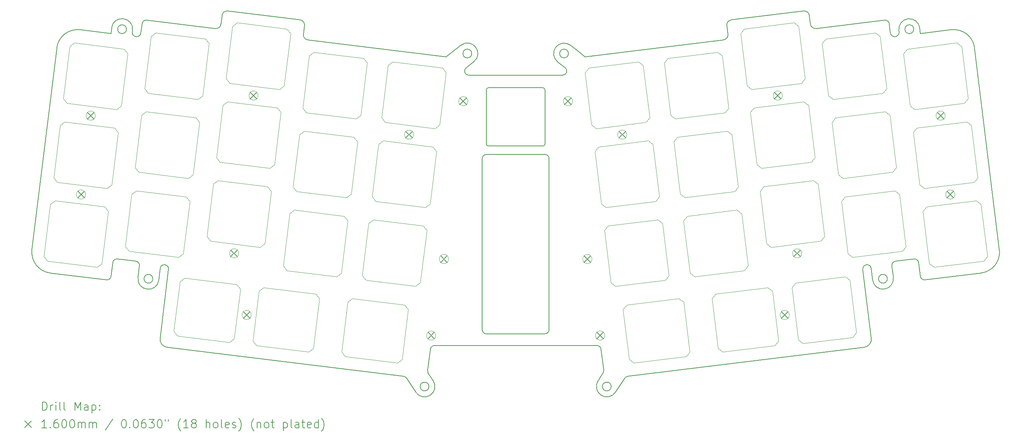
<source format=gbr>
%TF.GenerationSoftware,KiCad,Pcbnew,7.0.10-7.0.10~ubuntu23.04.1*%
%TF.CreationDate,Date%
%TF.ProjectId,plate_36keys,706c6174-655f-4333-966b-6579732e6b69,v0.1*%
%TF.SameCoordinates,Original*%
%TF.FileFunction,Drillmap*%
%TF.FilePolarity,Positive*%
%FSLAX45Y45*%
G04 Gerber Fmt 4.5, Leading zero omitted, Abs format (unit mm)*
G04 Created by KiCad*
%MOMM*%
%LPD*%
G01*
G04 APERTURE LIST*
%ADD10C,0.200000*%
%ADD11C,0.050000*%
%ADD12C,0.160000*%
G04 APERTURE END LIST*
D10*
X7768292Y-5899563D02*
X9505248Y-6112834D01*
X13000263Y-6996607D02*
X13352501Y-6720889D01*
X24349350Y-12254164D02*
G75*
G03*
X24460788Y-12341232I99260J12194D01*
G01*
X17344395Y-14654494D02*
X23002554Y-13959760D01*
X15313947Y-9135806D02*
X14013947Y-9135806D01*
X5019723Y-11927357D02*
X4979547Y-12254570D01*
X3086355Y-11619111D02*
G75*
G03*
X3521694Y-12176319I496255J-60949D01*
G01*
X13660987Y-7114385D02*
G75*
G03*
X13352501Y-6720889I-154247J196745D01*
G01*
X16636342Y-14759971D02*
G75*
G03*
X17055221Y-15032984I209438J-136509D01*
G01*
X13611743Y-6917636D02*
G75*
G03*
X13401743Y-6917636I-105000J0D01*
G01*
X13401743Y-6917636D02*
G75*
G03*
X13611743Y-6917636I105000J0D01*
G01*
X5131165Y-11840286D02*
G75*
G03*
X5019723Y-11927357I-12195J-99244D01*
G01*
X6155813Y-12066852D02*
X6121562Y-12345799D01*
X12273674Y-15033392D02*
X12056088Y-14699552D01*
X5574672Y-6512416D02*
X5582675Y-6513399D01*
X25807199Y-12175911D02*
G75*
G03*
X26242538Y-11618705I-60919J496261D01*
G01*
X9609729Y-6246564D02*
X9583984Y-6456240D01*
X23002554Y-13959759D02*
G75*
G03*
X23176689Y-13736877I-24374J198509D01*
G01*
X12720579Y-13914990D02*
X16608264Y-13914636D01*
X24349347Y-12254164D02*
X24309170Y-11926951D01*
X5487603Y-6400975D02*
G75*
G03*
X5574672Y-6512416I99257J-12185D01*
G01*
X6152205Y-13737283D02*
X6354315Y-12091221D01*
X5659546Y-12005918D02*
G75*
G03*
X5572472Y-11894475I-99266J12178D01*
G01*
X5625289Y-12284864D02*
X5659540Y-12005917D01*
X21720071Y-6213315D02*
G75*
G03*
X21853807Y-6317795I119129J14655D01*
G01*
X6326340Y-13960166D02*
X11984498Y-14654900D01*
X24335684Y-6303549D02*
G75*
G03*
X23836896Y-6364792I-249394J-30621D01*
G01*
X23207331Y-12345393D02*
X23173081Y-12066446D01*
X7475087Y-6318200D02*
G75*
G03*
X7608817Y-6213720I14613J119120D01*
G01*
X19640428Y-6589563D02*
G75*
G03*
X19744910Y-6455834I-14608J119093D01*
G01*
X23207335Y-12345393D02*
G75*
G03*
X23703604Y-12284458I248135J30463D01*
G01*
X14013947Y-7735806D02*
X15313947Y-7735806D01*
X9583985Y-6456240D02*
G75*
G03*
X9688465Y-6589969I119085J-14640D01*
G01*
X13477932Y-7257363D02*
G75*
G03*
X13539500Y-7436170I61558J-78807D01*
G01*
X9609728Y-6246564D02*
G75*
G03*
X9505248Y-6112834I-119118J14614D01*
G01*
X25648849Y-6783501D02*
X26242538Y-11618705D01*
X15927151Y-6917230D02*
G75*
G03*
X15717151Y-6917230I-105000J0D01*
G01*
X15717151Y-6917230D02*
G75*
G03*
X15927151Y-6917230I105000J0D01*
G01*
X15464069Y-9434813D02*
X15464069Y-13534813D01*
X13539500Y-7436170D02*
X15789529Y-7435847D01*
X24352305Y-6438942D02*
X25091641Y-6348163D01*
X15364069Y-13634813D02*
X13964069Y-13634813D01*
X13660985Y-7114383D02*
X13477930Y-7257360D01*
X5491997Y-6365198D02*
G75*
G03*
X4993213Y-6303955I-249392J30621D01*
G01*
X21853807Y-6317795D02*
X23495992Y-6116160D01*
X5625289Y-12284864D02*
G75*
G03*
X6121562Y-12345799I248137J-30467D01*
G01*
X16170920Y-6872985D02*
X16328630Y-6996201D01*
X4237252Y-6348569D02*
X4976589Y-6439348D01*
X5832901Y-6116571D02*
G75*
G03*
X5721460Y-6203634I-12191J-99249D01*
G01*
X12720579Y-13914988D02*
G75*
G03*
X12621475Y-14001701I11J-100002D01*
G01*
X23756422Y-11894072D02*
G75*
G03*
X23669354Y-12005511I12178J-99248D01*
G01*
X15976392Y-6720482D02*
X16170920Y-6872985D01*
X4237252Y-6348570D02*
G75*
G03*
X3680044Y-6783907I-60922J-496290D01*
G01*
X13864077Y-13534813D02*
G75*
G03*
X13964069Y-13634813I100023J23D01*
G01*
X19744910Y-6455834D02*
X19719165Y-6246158D01*
X23669354Y-12005511D02*
X23703604Y-12284458D01*
X23560468Y-12314926D02*
G75*
G03*
X23350468Y-12314926I-105000J0D01*
G01*
X23350468Y-12314926D02*
G75*
G03*
X23560468Y-12314926I105000J0D01*
G01*
X5832902Y-6116566D02*
X7475087Y-6318201D01*
X15363954Y-7785806D02*
G75*
G03*
X15313947Y-7735806I-50004J-4D01*
G01*
X25807199Y-12175913D02*
X24460788Y-12341232D01*
X23607431Y-6203228D02*
G75*
G03*
X23495992Y-6116160I-99251J-12182D01*
G01*
X17272806Y-14699146D02*
X17055220Y-15032986D01*
X15363947Y-7785806D02*
X15363947Y-9085806D01*
X4868105Y-12341637D02*
G75*
G03*
X4979547Y-12254570I12185J99257D01*
G01*
X5582675Y-6513397D02*
G75*
G03*
X5694116Y-6426331I12185J99257D01*
G01*
X16707385Y-14001340D02*
X16774719Y-14503251D01*
X23634779Y-6425925D02*
G75*
G03*
X23746219Y-6512993I99261J12195D01*
G01*
X13964069Y-9334813D02*
X15364069Y-9334813D01*
X16707385Y-14001340D02*
G75*
G03*
X16608264Y-13914636I-99115J-13300D01*
G01*
X19823646Y-6112429D02*
X21560602Y-5899157D01*
X12588114Y-14896882D02*
G75*
G03*
X12378114Y-14896882I-105000J0D01*
G01*
X12378114Y-14896882D02*
G75*
G03*
X12588114Y-14896882I105000J0D01*
G01*
X24191288Y-6334171D02*
G75*
G03*
X23981288Y-6334171I-105000J0D01*
G01*
X23981288Y-6334171D02*
G75*
G03*
X24191288Y-6334171I105000J0D01*
G01*
X23836896Y-6364792D02*
X23841289Y-6400569D01*
X23607433Y-6203228D02*
X23634777Y-6425925D01*
X13964069Y-9334809D02*
G75*
G03*
X13864069Y-9434813I1J-100001D01*
G01*
X25648854Y-6783501D02*
G75*
G03*
X25091641Y-6348163I-496284J-60949D01*
G01*
X12273673Y-15033389D02*
G75*
G03*
X12692555Y-14760375I209444J136503D01*
G01*
X9688465Y-6589970D02*
X13000263Y-6996607D01*
X16328630Y-6996201D02*
X19640428Y-6589564D01*
X15313947Y-9135807D02*
G75*
G03*
X15363947Y-9085806I3J49997D01*
G01*
X24309168Y-11926952D02*
G75*
G03*
X24197729Y-11839884I-99248J-12178D01*
G01*
X15464067Y-9434813D02*
G75*
G03*
X15364069Y-9334813I-99997J3D01*
G01*
X16636338Y-14759969D02*
X16759388Y-14571135D01*
X15976392Y-6720483D02*
G75*
G03*
X15667909Y-7113977I-154242J-196747D01*
G01*
X13963947Y-9085806D02*
X13963947Y-7785806D01*
X15789529Y-7435849D02*
G75*
G03*
X15851070Y-7257038I-9J99999D01*
G01*
X16950780Y-14896476D02*
G75*
G03*
X16740779Y-14896476I-105000J0D01*
G01*
X16740779Y-14896476D02*
G75*
G03*
X16950780Y-14896476I105000J0D01*
G01*
X4868105Y-12341638D02*
X3521694Y-12176319D01*
X23756422Y-11894069D02*
X24197729Y-11839884D01*
X5131165Y-11840290D02*
X5572472Y-11894475D01*
X12554177Y-14503658D02*
G75*
G03*
X12569505Y-14571541I99113J-13292D01*
G01*
X12569505Y-14571541D02*
X12692555Y-14760375D01*
X5487605Y-6400975D02*
X5491997Y-6365198D01*
X17344396Y-14654496D02*
G75*
G03*
X17272806Y-14699146I12184J-99254D01*
G01*
X21694332Y-6003638D02*
X21720076Y-6213314D01*
X23173082Y-12066442D02*
G75*
G03*
X22974578Y-12090815I-99252J-12188D01*
G01*
X24352260Y-6438580D02*
X24335681Y-6303549D01*
X16759388Y-14571135D02*
G75*
G03*
X16774719Y-14503251I-83778J54595D01*
G01*
X6152205Y-13737283D02*
G75*
G03*
X6326340Y-13960166I198505J-24377D01*
G01*
X13864069Y-13534813D02*
X13864069Y-9434813D01*
X19823646Y-6112427D02*
G75*
G03*
X19719165Y-6246158I14634J-119113D01*
G01*
X23746219Y-6512993D02*
X23754221Y-6512010D01*
X7608817Y-6213720D02*
X7634562Y-6004044D01*
X5978426Y-12315332D02*
G75*
G03*
X5768426Y-12315332I-105000J0D01*
G01*
X5768426Y-12315332D02*
G75*
G03*
X5978426Y-12315332I105000J0D01*
G01*
X12554174Y-14503657D02*
X12621475Y-14001701D01*
X5694116Y-6426331D02*
X5721460Y-6203634D01*
X12056089Y-14699551D02*
G75*
G03*
X11984498Y-14654900I-83779J-54609D01*
G01*
X15851070Y-7257038D02*
X15667909Y-7113977D01*
X13963954Y-9085806D02*
G75*
G03*
X14013947Y-9135806I49996J-4D01*
G01*
X5347605Y-6334577D02*
G75*
G03*
X5137605Y-6334577I-105000J0D01*
G01*
X5137605Y-6334577D02*
G75*
G03*
X5347605Y-6334577I105000J0D01*
G01*
X15364069Y-13634819D02*
G75*
G03*
X15464069Y-13534813I-9J100009D01*
G01*
X14013947Y-7735807D02*
G75*
G03*
X13963947Y-7785806I3J-50003D01*
G01*
X3086356Y-11619111D02*
X3680044Y-6783907D01*
X4993213Y-6303955D02*
X4976633Y-6438986D01*
X21694340Y-6003637D02*
G75*
G03*
X21560602Y-5899157I-119120J-14643D01*
G01*
X23754221Y-6512008D02*
G75*
G03*
X23841289Y-6400569I-12191J99258D01*
G01*
X22974578Y-12090815D02*
X23176689Y-13736877D01*
X6354308Y-12091220D02*
G75*
G03*
X6155813Y-12066848I-99248J12180D01*
G01*
X7768292Y-5899557D02*
G75*
G03*
X7634562Y-6004044I-14603J-119133D01*
G01*
D11*
X19960333Y-10667365D02*
X18769278Y-10813608D01*
X19960333Y-10667365D02*
X20071774Y-10754433D01*
X18682210Y-10925050D02*
X18769278Y-10813608D01*
X18682210Y-10925050D02*
X18835765Y-12175658D01*
X20225330Y-12005041D02*
X20071774Y-10754433D01*
X18835765Y-12175658D02*
X18947207Y-12262726D01*
X20138262Y-12116482D02*
X20225330Y-12005041D01*
X18947207Y-12262726D02*
X20138262Y-12116482D01*
X21793093Y-9962504D02*
X20602038Y-10108747D01*
X21793093Y-9962504D02*
X21904535Y-10049572D01*
X20514970Y-10220189D02*
X20602038Y-10108747D01*
X20514970Y-10220189D02*
X20668525Y-11470797D01*
X22058090Y-11300180D02*
X21904535Y-10049572D01*
X20668525Y-11470797D02*
X20779967Y-11557864D01*
X21971022Y-11411621D02*
X22058090Y-11300180D01*
X20779967Y-11557864D02*
X21971022Y-11411621D01*
X11544755Y-8567043D02*
X12735810Y-8713286D01*
X11544755Y-8567043D02*
X11457687Y-8455601D01*
X12847252Y-8626218D02*
X12735810Y-8713286D01*
X12847252Y-8626218D02*
X13000807Y-7375610D01*
X11611243Y-7204993D02*
X11457687Y-8455601D01*
X13000807Y-7375610D02*
X12913739Y-7264169D01*
X11722684Y-7117925D02*
X11611243Y-7204993D01*
X12913739Y-7264169D02*
X11722684Y-7117925D01*
X11312594Y-10457843D02*
X12503649Y-10604086D01*
X11312594Y-10457843D02*
X11225526Y-10346402D01*
X12615091Y-10517019D02*
X12503649Y-10604086D01*
X12615091Y-10517019D02*
X12768646Y-9266411D01*
X11379081Y-9095794D02*
X11225526Y-10346402D01*
X12768646Y-9266411D02*
X12681578Y-9154969D01*
X11490523Y-9008726D02*
X11379081Y-9095794D01*
X12681578Y-9154969D02*
X11490523Y-9008726D01*
X21542868Y-13863325D02*
X22733924Y-13717082D01*
X21542868Y-13863325D02*
X21431427Y-13776257D01*
X22820991Y-13605640D02*
X22733924Y-13717082D01*
X22820991Y-13605640D02*
X22667436Y-12355032D01*
X21277872Y-12525649D02*
X21431427Y-13776257D01*
X22667436Y-12355032D02*
X22555995Y-12267964D01*
X21364939Y-12414208D02*
X21277872Y-12525649D01*
X22555995Y-12267964D02*
X21364939Y-12414208D01*
X8517826Y-12613313D02*
X8371583Y-13804369D01*
X8517826Y-12613313D02*
X8629268Y-12526246D01*
X8458651Y-13915810D02*
X8371583Y-13804369D01*
X8458651Y-13915810D02*
X9709259Y-14069366D01*
X9879876Y-12679801D02*
X8629268Y-12526246D01*
X9709259Y-14069366D02*
X9820701Y-13982298D01*
X9966944Y-12791242D02*
X9879876Y-12679801D01*
X9820701Y-13982298D02*
X9966944Y-12791242D01*
X23741934Y-10203043D02*
X22550878Y-10349286D01*
X23741934Y-10203043D02*
X23853375Y-10290111D01*
X22463811Y-10460728D02*
X22550878Y-10349286D01*
X22463811Y-10460728D02*
X22617366Y-11711336D01*
X24006931Y-11540719D02*
X23853375Y-10290111D01*
X22617366Y-11711336D02*
X22728808Y-11798403D01*
X23919863Y-11652160D02*
X24006931Y-11540719D01*
X22728808Y-11798403D02*
X23919863Y-11652160D01*
X16026897Y-8060706D02*
G75*
G03*
X15806897Y-8060706I-110000J0D01*
G01*
X15806897Y-8060706D02*
G75*
G03*
X16026897Y-8060706I110000J0D01*
G01*
X23509773Y-8312242D02*
X22318717Y-8458486D01*
X23509773Y-8312242D02*
X23621214Y-8399310D01*
X22231650Y-8569927D02*
X22318717Y-8458486D01*
X22231650Y-8569927D02*
X22385205Y-9820535D01*
X23774770Y-9649918D02*
X23621214Y-8399310D01*
X22385205Y-9820535D02*
X22496646Y-9907603D01*
X23687702Y-9761360D02*
X23774770Y-9649918D01*
X22496646Y-9907603D02*
X23687702Y-9761360D01*
X12751814Y-13675067D02*
G75*
G03*
X12531814Y-13675067I-110000J0D01*
G01*
X12531814Y-13675067D02*
G75*
G03*
X12751814Y-13675067I110000J0D01*
G01*
X6627026Y-12381152D02*
X6480783Y-13572208D01*
X6627026Y-12381152D02*
X6738467Y-12294085D01*
X6567850Y-13683649D02*
X6480783Y-13572208D01*
X6567850Y-13683649D02*
X7818458Y-13837205D01*
X7989075Y-12447640D02*
X6738467Y-12294085D01*
X7818458Y-13837205D02*
X7929900Y-13750137D01*
X8076143Y-12559082D02*
X7989075Y-12447640D01*
X7929900Y-13750137D02*
X8076143Y-12559082D01*
X21214031Y-13181725D02*
G75*
G03*
X20994031Y-13181725I-110000J0D01*
G01*
X20994031Y-13181725D02*
G75*
G03*
X21214031Y-13181725I110000J0D01*
G01*
X24945353Y-8405144D02*
G75*
G03*
X24725353Y-8405144I-110000J0D01*
G01*
X24725353Y-8405144D02*
G75*
G03*
X24945353Y-8405144I110000J0D01*
G01*
X16796080Y-13675067D02*
G75*
G03*
X16576080Y-13675067I-110000J0D01*
G01*
X16576080Y-13675067D02*
G75*
G03*
X16796080Y-13675067I110000J0D01*
G01*
X13056675Y-11842307D02*
G75*
G03*
X12836675Y-11842307I-110000J0D01*
G01*
X12836675Y-11842307D02*
G75*
G03*
X13056675Y-11842307I110000J0D01*
G01*
X5408032Y-11652160D02*
X6599087Y-11798403D01*
X5408032Y-11652160D02*
X5320964Y-11540719D01*
X6710528Y-11711336D02*
X6599087Y-11798403D01*
X6710528Y-11711336D02*
X6864084Y-10460728D01*
X5474519Y-10290111D02*
X5320964Y-11540719D01*
X6864084Y-10460728D02*
X6777016Y-10349286D01*
X5585961Y-10203043D02*
X5474519Y-10290111D01*
X6777016Y-10349286D02*
X5585961Y-10203043D01*
X18069533Y-10899526D02*
X16878477Y-11045769D01*
X18069533Y-10899526D02*
X18180974Y-10986594D01*
X16791409Y-11157211D02*
X16878477Y-11045769D01*
X16791409Y-11157211D02*
X16944965Y-12407819D01*
X18334529Y-12237202D02*
X18180974Y-10986594D01*
X16944965Y-12407819D02*
X17056406Y-12494887D01*
X18247462Y-12348644D02*
X18334529Y-12237202D01*
X17056406Y-12494887D02*
X18247462Y-12348644D01*
X9653955Y-8334882D02*
X10845010Y-8481125D01*
X9653955Y-8334882D02*
X9566887Y-8223440D01*
X10956451Y-8394057D02*
X10845010Y-8481125D01*
X10956451Y-8394057D02*
X11110007Y-7143449D01*
X9720442Y-6972832D02*
X9566887Y-8223440D01*
X11110007Y-7143449D02*
X11022939Y-7032007D01*
X9831884Y-6885764D02*
X9720442Y-6972832D01*
X11022939Y-7032007D02*
X9831884Y-6885764D01*
X4370380Y-10295944D02*
G75*
G03*
X4150380Y-10295944I-110000J0D01*
G01*
X4150380Y-10295944D02*
G75*
G03*
X4370380Y-10295944I110000J0D01*
G01*
X11080433Y-12348644D02*
X12271488Y-12494887D01*
X11080433Y-12348644D02*
X10993365Y-12237202D01*
X12382930Y-12407819D02*
X12271488Y-12494887D01*
X12382930Y-12407819D02*
X12536485Y-11157211D01*
X11146920Y-10986594D02*
X10993365Y-12237202D01*
X12536485Y-11157211D02*
X12449417Y-11045769D01*
X11258362Y-10899526D02*
X11146920Y-10986594D01*
X12449417Y-11045769D02*
X11258362Y-10899526D01*
X10644977Y-12874494D02*
X10498734Y-14065550D01*
X10644977Y-12874494D02*
X10756418Y-12787427D01*
X10585801Y-14176991D02*
X10498734Y-14065550D01*
X10585801Y-14176991D02*
X11836409Y-14330547D01*
X12007026Y-12940982D02*
X10756418Y-12787427D01*
X11836409Y-14330547D02*
X11947851Y-14243479D01*
X12094094Y-13052424D02*
X12007026Y-12940982D01*
X11947851Y-14243479D02*
X12094094Y-13052424D01*
X3691352Y-10001899D02*
X4882407Y-10148142D01*
X3691352Y-10001899D02*
X3604284Y-9890457D01*
X4993849Y-10061074D02*
X4882407Y-10148142D01*
X4993849Y-10061074D02*
X5147404Y-8810466D01*
X3757840Y-8639849D02*
X3604284Y-9890457D01*
X5147404Y-8810466D02*
X5060337Y-8699025D01*
X3869281Y-8552782D02*
X3757840Y-8639849D01*
X5060337Y-8699025D02*
X3869281Y-8552782D01*
X23277612Y-6421442D02*
X22086556Y-6567685D01*
X23277612Y-6421442D02*
X23389053Y-6508510D01*
X21999489Y-6679127D02*
X22086556Y-6567685D01*
X21999489Y-6679127D02*
X22153044Y-7929735D01*
X23542608Y-7759118D02*
X23389053Y-6508510D01*
X22153044Y-7929735D02*
X22264485Y-8016803D01*
X23455541Y-7870559D02*
X23542608Y-7759118D01*
X22264485Y-8016803D02*
X23455541Y-7870559D01*
X25226452Y-6661981D02*
X24035397Y-6808224D01*
X25226452Y-6661981D02*
X25337894Y-6749049D01*
X23948329Y-6919666D02*
X24035397Y-6808224D01*
X23948329Y-6919666D02*
X24101885Y-8170274D01*
X25491449Y-7999657D02*
X25337894Y-6749049D01*
X24101885Y-8170274D02*
X24213326Y-8257342D01*
X25404381Y-8111098D02*
X25491449Y-7999657D01*
X24213326Y-8257342D02*
X25404381Y-8111098D01*
X5640193Y-9761360D02*
X6831248Y-9907603D01*
X5640193Y-9761360D02*
X5553125Y-9649918D01*
X6942689Y-9820535D02*
X6831248Y-9907603D01*
X6942689Y-9820535D02*
X7096245Y-8569927D01*
X5706680Y-8399310D02*
X5553125Y-9649918D01*
X7096245Y-8569927D02*
X7009177Y-8458486D01*
X5818122Y-8312242D02*
X5706680Y-8399310D01*
X7009177Y-8458486D02*
X5818122Y-8312242D01*
X3923513Y-8111098D02*
X5114568Y-8257342D01*
X3923513Y-8111098D02*
X3836445Y-7999657D01*
X5226010Y-8170274D02*
X5114568Y-8257342D01*
X5226010Y-8170274D02*
X5379565Y-6919666D01*
X3990001Y-6749049D02*
X3836445Y-7999657D01*
X5379565Y-6919666D02*
X5292498Y-6808224D01*
X4101442Y-6661981D02*
X3990001Y-6749049D01*
X5292498Y-6808224D02*
X4101442Y-6661981D01*
X5872354Y-7870559D02*
X7063409Y-8016803D01*
X5872354Y-7870559D02*
X5785286Y-7759118D01*
X7174851Y-7929735D02*
X7063409Y-8016803D01*
X7174851Y-7929735D02*
X7328406Y-6679127D01*
X5938841Y-6508510D02*
X5785286Y-7759118D01*
X7328406Y-6679127D02*
X7241338Y-6567685D01*
X6050283Y-6421442D02*
X5938841Y-6508510D01*
X7241338Y-6567685D02*
X6050283Y-6421442D01*
X7589033Y-9520821D02*
X8780089Y-9667064D01*
X7589033Y-9520821D02*
X7501966Y-9409379D01*
X8891530Y-9579996D02*
X8780089Y-9667064D01*
X8891530Y-9579996D02*
X9045086Y-8329388D01*
X7655521Y-8158771D02*
X7501966Y-9409379D01*
X9045086Y-8329388D02*
X8958018Y-8217947D01*
X7766962Y-8071703D02*
X7655521Y-8158771D01*
X8958018Y-8217947D02*
X7766962Y-8071703D01*
X25690911Y-10443261D02*
X24499856Y-10589504D01*
X25690911Y-10443261D02*
X25802353Y-10530328D01*
X24412788Y-10700945D02*
X24499856Y-10589504D01*
X24412788Y-10700945D02*
X24566344Y-11951553D01*
X25955908Y-11780936D02*
X25802353Y-10530328D01*
X24566344Y-11951553D02*
X24677785Y-12038621D01*
X25868840Y-11892378D02*
X25955908Y-11780936D01*
X24677785Y-12038621D02*
X25868840Y-11892378D01*
X16491219Y-11842307D02*
G75*
G03*
X16271219Y-11842307I-110000J0D01*
G01*
X16271219Y-11842307D02*
G75*
G03*
X16491219Y-11842307I110000J0D01*
G01*
X8500223Y-7924065D02*
G75*
G03*
X8280223Y-7924065I-110000J0D01*
G01*
X8280223Y-7924065D02*
G75*
G03*
X8500223Y-7924065I110000J0D01*
G01*
X13520998Y-8060706D02*
G75*
G03*
X13300998Y-8060706I-110000J0D01*
G01*
X13300998Y-8060706D02*
G75*
G03*
X13520998Y-8060706I110000J0D01*
G01*
X8035284Y-11705585D02*
G75*
G03*
X7815284Y-11705585I-110000J0D01*
G01*
X7815284Y-11705585D02*
G75*
G03*
X8035284Y-11705585I110000J0D01*
G01*
X21047672Y-7924065D02*
G75*
G03*
X20827672Y-7924065I-110000J0D01*
G01*
X20827672Y-7924065D02*
G75*
G03*
X21047672Y-7924065I110000J0D01*
G01*
X17324727Y-8861006D02*
G75*
G03*
X17104727Y-8861006I-110000J0D01*
G01*
X17104727Y-8861006D02*
G75*
G03*
X17324727Y-8861006I110000J0D01*
G01*
X3459808Y-11892781D02*
X4650863Y-12039024D01*
X3459808Y-11892781D02*
X3372740Y-11781340D01*
X4762305Y-11951957D02*
X4650863Y-12039024D01*
X4762305Y-11951957D02*
X4915860Y-10701349D01*
X3526295Y-10530732D02*
X3372740Y-11781340D01*
X4915860Y-10701349D02*
X4828792Y-10589907D01*
X3637737Y-10443664D02*
X3526295Y-10530732D01*
X4828792Y-10589907D02*
X3637737Y-10443664D01*
X21512610Y-11705584D02*
G75*
G03*
X21292610Y-11705584I-110000J0D01*
G01*
X21292610Y-11705584D02*
G75*
G03*
X21512610Y-11705584I110000J0D01*
G01*
X9189632Y-12116482D02*
X10380688Y-12262726D01*
X9189632Y-12116482D02*
X9102565Y-12005041D01*
X10492129Y-12175658D02*
X10380688Y-12262726D01*
X10492129Y-12175658D02*
X10645685Y-10925050D01*
X9256120Y-10754433D02*
X9102565Y-12005041D01*
X10645685Y-10925050D02*
X10558617Y-10813608D01*
X9367562Y-10667365D02*
X9256120Y-10754433D01*
X10558617Y-10813608D02*
X9367562Y-10667365D01*
X17233800Y-13052424D02*
X17380043Y-14243479D01*
X17233800Y-13052424D02*
X17320868Y-12940982D01*
X17491485Y-14330547D02*
X17380043Y-14243479D01*
X17491485Y-14330547D02*
X18742093Y-14176991D01*
X18571476Y-12787427D02*
X17320868Y-12940982D01*
X18742093Y-14176991D02*
X18829161Y-14065550D01*
X18682918Y-12874494D02*
X18571476Y-12787427D01*
X18829161Y-14065550D02*
X18682918Y-12874494D01*
X7356872Y-11411621D02*
X8547928Y-11557864D01*
X7356872Y-11411621D02*
X7269804Y-11300180D01*
X8659369Y-11470797D02*
X8547928Y-11557864D01*
X8659369Y-11470797D02*
X8812925Y-10220189D01*
X7423360Y-10049572D02*
X7269804Y-11300180D01*
X8812925Y-10220189D02*
X8725857Y-10108747D01*
X7534801Y-9962504D02*
X7423360Y-10049572D01*
X8725857Y-10108747D02*
X7534801Y-9962504D01*
X25458613Y-8552782D02*
X24267558Y-8699025D01*
X25458613Y-8552782D02*
X25570055Y-8639849D01*
X24180490Y-8810466D02*
X24267558Y-8699025D01*
X24180490Y-8810466D02*
X24334046Y-10061074D01*
X25723610Y-9890457D02*
X25570055Y-8639849D01*
X24334046Y-10061074D02*
X24445487Y-10148142D01*
X25636543Y-10001899D02*
X25723610Y-9890457D01*
X24445487Y-10148142D02*
X25636543Y-10001899D01*
X17605210Y-7117925D02*
X16414155Y-7264169D01*
X17605210Y-7117925D02*
X17716652Y-7204993D01*
X16327087Y-7375610D02*
X16414155Y-7264169D01*
X16327087Y-7375610D02*
X16480643Y-8626218D01*
X17870207Y-8455601D02*
X17716652Y-7204993D01*
X16480643Y-8626218D02*
X16592084Y-8713286D01*
X17783140Y-8567043D02*
X17870207Y-8455601D01*
X16592084Y-8713286D02*
X17783140Y-8567043D01*
X8333863Y-13181725D02*
G75*
G03*
X8113863Y-13181725I-110000J0D01*
G01*
X8113863Y-13181725D02*
G75*
G03*
X8333863Y-13181725I110000J0D01*
G01*
X19728172Y-8776565D02*
X18537116Y-8922808D01*
X19728172Y-8776565D02*
X19839613Y-8863632D01*
X18450049Y-9034250D02*
X18537116Y-8922808D01*
X18450049Y-9034250D02*
X18603604Y-10284858D01*
X19993169Y-10114241D02*
X19839613Y-8863632D01*
X18603604Y-10284858D02*
X18715046Y-10371925D01*
X19906101Y-10225682D02*
X19993169Y-10114241D01*
X18715046Y-10371925D02*
X19906101Y-10225682D01*
X12223167Y-8861006D02*
G75*
G03*
X12003167Y-8861006I-110000J0D01*
G01*
X12003167Y-8861006D02*
G75*
G03*
X12223167Y-8861006I110000J0D01*
G01*
X25177514Y-10295944D02*
G75*
G03*
X24957514Y-10295944I-110000J0D01*
G01*
X24957514Y-10295944D02*
G75*
G03*
X25177514Y-10295944I110000J0D01*
G01*
X17837371Y-9008726D02*
X16646316Y-9154969D01*
X17837371Y-9008726D02*
X17948813Y-9095794D01*
X16559248Y-9266411D02*
X16646316Y-9154969D01*
X16559248Y-9266411D02*
X16712804Y-10517019D01*
X18102368Y-10346402D02*
X17948813Y-9095794D01*
X16712804Y-10517019D02*
X16824245Y-10604086D01*
X18015301Y-10457843D02*
X18102368Y-10346402D01*
X16824245Y-10604086D02*
X18015301Y-10457843D01*
X4602542Y-8405144D02*
G75*
G03*
X4382542Y-8405144I-110000J0D01*
G01*
X4382542Y-8405144D02*
G75*
G03*
X4602542Y-8405144I110000J0D01*
G01*
X21328771Y-6180903D02*
X20137716Y-6327146D01*
X21328771Y-6180903D02*
X21440212Y-6267971D01*
X20050648Y-6438588D02*
X20137716Y-6327146D01*
X20050648Y-6438588D02*
X20204203Y-7689196D01*
X21593768Y-7518579D02*
X21440212Y-6267971D01*
X20204203Y-7689196D02*
X20315645Y-7776264D01*
X21506700Y-7630020D02*
X21593768Y-7518579D01*
X20315645Y-7776264D02*
X21506700Y-7630020D01*
X19496011Y-6885764D02*
X18304955Y-7032007D01*
X19496011Y-6885764D02*
X19607452Y-6972832D01*
X18217888Y-7143449D02*
X18304955Y-7032007D01*
X18217888Y-7143449D02*
X18371443Y-8394057D01*
X19761008Y-8223440D02*
X19607452Y-6972832D01*
X18371443Y-8394057D02*
X18482885Y-8481125D01*
X19673940Y-8334882D02*
X19761008Y-8223440D01*
X18482885Y-8481125D02*
X19673940Y-8334882D01*
X19360951Y-12791242D02*
X19507194Y-13982298D01*
X19360951Y-12791242D02*
X19448018Y-12679801D01*
X19618636Y-14069366D02*
X19507194Y-13982298D01*
X19618636Y-14069366D02*
X20869244Y-13915810D01*
X20698627Y-12526246D02*
X19448018Y-12679801D01*
X20869244Y-13915810D02*
X20956311Y-13804369D01*
X20810068Y-12613313D02*
X20698627Y-12526246D01*
X20956311Y-13804369D02*
X20810068Y-12613313D01*
X7821194Y-7630020D02*
X9012250Y-7776264D01*
X7821194Y-7630020D02*
X7734127Y-7518579D01*
X9123691Y-7689196D02*
X9012250Y-7776264D01*
X9123691Y-7689196D02*
X9277247Y-6438588D01*
X7887682Y-6267971D02*
X7734127Y-7518579D01*
X9277247Y-6438588D02*
X9190179Y-6327146D01*
X7999124Y-6180903D02*
X7887682Y-6267971D01*
X9190179Y-6327146D02*
X7999124Y-6180903D01*
X9421793Y-10225682D02*
X10612849Y-10371925D01*
X9421793Y-10225682D02*
X9334726Y-10114241D01*
X10724290Y-10284858D02*
X10612849Y-10371925D01*
X10724290Y-10284858D02*
X10877846Y-9034250D01*
X9488281Y-8863632D02*
X9334726Y-10114241D01*
X10877846Y-9034250D02*
X10790778Y-8922808D01*
X9599723Y-8776565D02*
X9488281Y-8863632D01*
X10790778Y-8922808D02*
X9599723Y-8776565D01*
X21560932Y-8071703D02*
X20369877Y-8217947D01*
X21560932Y-8071703D02*
X21672374Y-8158771D01*
X20282809Y-8329388D02*
X20369877Y-8217947D01*
X20282809Y-8329388D02*
X20436364Y-9579996D01*
X21825929Y-9409379D02*
X21672374Y-8158771D01*
X20436364Y-9579996D02*
X20547806Y-9667064D01*
X21738861Y-9520821D02*
X21825929Y-9409379D01*
X20547806Y-9667064D02*
X21738861Y-9520821D01*
D10*
D12*
X4180380Y-10215944D02*
X4340380Y-10375944D01*
X4340380Y-10215944D02*
X4180380Y-10375944D01*
X4412542Y-8325144D02*
X4572542Y-8485144D01*
X4572542Y-8325144D02*
X4412542Y-8485144D01*
X7845284Y-11625585D02*
X8005284Y-11785585D01*
X8005284Y-11625585D02*
X7845284Y-11785585D01*
X8143863Y-13101725D02*
X8303863Y-13261725D01*
X8303863Y-13101725D02*
X8143863Y-13261725D01*
X8310223Y-7844065D02*
X8470223Y-8004065D01*
X8470223Y-7844065D02*
X8310223Y-8004065D01*
X12033167Y-8781006D02*
X12193167Y-8941006D01*
X12193167Y-8781006D02*
X12033167Y-8941006D01*
X12561814Y-13595067D02*
X12721814Y-13755067D01*
X12721814Y-13595067D02*
X12561814Y-13755067D01*
X12866675Y-11762307D02*
X13026675Y-11922307D01*
X13026675Y-11762307D02*
X12866675Y-11922307D01*
X13330998Y-7980706D02*
X13490998Y-8140706D01*
X13490998Y-7980706D02*
X13330998Y-8140706D01*
X15836897Y-7980706D02*
X15996897Y-8140706D01*
X15996897Y-7980706D02*
X15836897Y-8140706D01*
X16301219Y-11762307D02*
X16461219Y-11922307D01*
X16461219Y-11762307D02*
X16301219Y-11922307D01*
X16606080Y-13595067D02*
X16766080Y-13755067D01*
X16766080Y-13595067D02*
X16606080Y-13755067D01*
X17134727Y-8781006D02*
X17294727Y-8941006D01*
X17294727Y-8781006D02*
X17134727Y-8941006D01*
X20857672Y-7844065D02*
X21017672Y-8004065D01*
X21017672Y-7844065D02*
X20857672Y-8004065D01*
X21024031Y-13101725D02*
X21184031Y-13261725D01*
X21184031Y-13101725D02*
X21024031Y-13261725D01*
X21322610Y-11625584D02*
X21482610Y-11785584D01*
X21482610Y-11625584D02*
X21322610Y-11785584D01*
X24755353Y-8325144D02*
X24915353Y-8485144D01*
X24915353Y-8325144D02*
X24755353Y-8485144D01*
X24987514Y-10215944D02*
X25147514Y-10375944D01*
X25147514Y-10215944D02*
X24987514Y-10375944D01*
D10*
X3333403Y-15468369D02*
X3333403Y-15268369D01*
X3333403Y-15268369D02*
X3381022Y-15268369D01*
X3381022Y-15268369D02*
X3409593Y-15277893D01*
X3409593Y-15277893D02*
X3428641Y-15296941D01*
X3428641Y-15296941D02*
X3438165Y-15315988D01*
X3438165Y-15315988D02*
X3447689Y-15354084D01*
X3447689Y-15354084D02*
X3447689Y-15382655D01*
X3447689Y-15382655D02*
X3438165Y-15420750D01*
X3438165Y-15420750D02*
X3428641Y-15439798D01*
X3428641Y-15439798D02*
X3409593Y-15458846D01*
X3409593Y-15458846D02*
X3381022Y-15468369D01*
X3381022Y-15468369D02*
X3333403Y-15468369D01*
X3533403Y-15468369D02*
X3533403Y-15335036D01*
X3533403Y-15373131D02*
X3542927Y-15354084D01*
X3542927Y-15354084D02*
X3552450Y-15344560D01*
X3552450Y-15344560D02*
X3571498Y-15335036D01*
X3571498Y-15335036D02*
X3590546Y-15335036D01*
X3657212Y-15468369D02*
X3657212Y-15335036D01*
X3657212Y-15268369D02*
X3647689Y-15277893D01*
X3647689Y-15277893D02*
X3657212Y-15287417D01*
X3657212Y-15287417D02*
X3666736Y-15277893D01*
X3666736Y-15277893D02*
X3657212Y-15268369D01*
X3657212Y-15268369D02*
X3657212Y-15287417D01*
X3781022Y-15468369D02*
X3761974Y-15458846D01*
X3761974Y-15458846D02*
X3752450Y-15439798D01*
X3752450Y-15439798D02*
X3752450Y-15268369D01*
X3885784Y-15468369D02*
X3866736Y-15458846D01*
X3866736Y-15458846D02*
X3857212Y-15439798D01*
X3857212Y-15439798D02*
X3857212Y-15268369D01*
X4114355Y-15468369D02*
X4114355Y-15268369D01*
X4114355Y-15268369D02*
X4181022Y-15411227D01*
X4181022Y-15411227D02*
X4247689Y-15268369D01*
X4247689Y-15268369D02*
X4247689Y-15468369D01*
X4428641Y-15468369D02*
X4428641Y-15363608D01*
X4428641Y-15363608D02*
X4419117Y-15344560D01*
X4419117Y-15344560D02*
X4400070Y-15335036D01*
X4400070Y-15335036D02*
X4361974Y-15335036D01*
X4361974Y-15335036D02*
X4342927Y-15344560D01*
X4428641Y-15458846D02*
X4409593Y-15468369D01*
X4409593Y-15468369D02*
X4361974Y-15468369D01*
X4361974Y-15468369D02*
X4342927Y-15458846D01*
X4342927Y-15458846D02*
X4333403Y-15439798D01*
X4333403Y-15439798D02*
X4333403Y-15420750D01*
X4333403Y-15420750D02*
X4342927Y-15401703D01*
X4342927Y-15401703D02*
X4361974Y-15392179D01*
X4361974Y-15392179D02*
X4409593Y-15392179D01*
X4409593Y-15392179D02*
X4428641Y-15382655D01*
X4523879Y-15335036D02*
X4523879Y-15535036D01*
X4523879Y-15344560D02*
X4542927Y-15335036D01*
X4542927Y-15335036D02*
X4581022Y-15335036D01*
X4581022Y-15335036D02*
X4600070Y-15344560D01*
X4600070Y-15344560D02*
X4609593Y-15354084D01*
X4609593Y-15354084D02*
X4619117Y-15373131D01*
X4619117Y-15373131D02*
X4619117Y-15430274D01*
X4619117Y-15430274D02*
X4609593Y-15449322D01*
X4609593Y-15449322D02*
X4600070Y-15458846D01*
X4600070Y-15458846D02*
X4581022Y-15468369D01*
X4581022Y-15468369D02*
X4542927Y-15468369D01*
X4542927Y-15468369D02*
X4523879Y-15458846D01*
X4704832Y-15449322D02*
X4714355Y-15458846D01*
X4714355Y-15458846D02*
X4704832Y-15468369D01*
X4704832Y-15468369D02*
X4695308Y-15458846D01*
X4695308Y-15458846D02*
X4704832Y-15449322D01*
X4704832Y-15449322D02*
X4704832Y-15468369D01*
X4704832Y-15344560D02*
X4714355Y-15354084D01*
X4714355Y-15354084D02*
X4704832Y-15363608D01*
X4704832Y-15363608D02*
X4695308Y-15354084D01*
X4695308Y-15354084D02*
X4704832Y-15344560D01*
X4704832Y-15344560D02*
X4704832Y-15363608D01*
D12*
X2912626Y-15716886D02*
X3072626Y-15876886D01*
X3072626Y-15716886D02*
X2912626Y-15876886D01*
D10*
X3438165Y-15888369D02*
X3323879Y-15888369D01*
X3381022Y-15888369D02*
X3381022Y-15688369D01*
X3381022Y-15688369D02*
X3361974Y-15716941D01*
X3361974Y-15716941D02*
X3342927Y-15735988D01*
X3342927Y-15735988D02*
X3323879Y-15745512D01*
X3523879Y-15869322D02*
X3533403Y-15878846D01*
X3533403Y-15878846D02*
X3523879Y-15888369D01*
X3523879Y-15888369D02*
X3514355Y-15878846D01*
X3514355Y-15878846D02*
X3523879Y-15869322D01*
X3523879Y-15869322D02*
X3523879Y-15888369D01*
X3704831Y-15688369D02*
X3666736Y-15688369D01*
X3666736Y-15688369D02*
X3647689Y-15697893D01*
X3647689Y-15697893D02*
X3638165Y-15707417D01*
X3638165Y-15707417D02*
X3619117Y-15735988D01*
X3619117Y-15735988D02*
X3609593Y-15774084D01*
X3609593Y-15774084D02*
X3609593Y-15850274D01*
X3609593Y-15850274D02*
X3619117Y-15869322D01*
X3619117Y-15869322D02*
X3628641Y-15878846D01*
X3628641Y-15878846D02*
X3647689Y-15888369D01*
X3647689Y-15888369D02*
X3685784Y-15888369D01*
X3685784Y-15888369D02*
X3704831Y-15878846D01*
X3704831Y-15878846D02*
X3714355Y-15869322D01*
X3714355Y-15869322D02*
X3723879Y-15850274D01*
X3723879Y-15850274D02*
X3723879Y-15802655D01*
X3723879Y-15802655D02*
X3714355Y-15783608D01*
X3714355Y-15783608D02*
X3704831Y-15774084D01*
X3704831Y-15774084D02*
X3685784Y-15764560D01*
X3685784Y-15764560D02*
X3647689Y-15764560D01*
X3647689Y-15764560D02*
X3628641Y-15774084D01*
X3628641Y-15774084D02*
X3619117Y-15783608D01*
X3619117Y-15783608D02*
X3609593Y-15802655D01*
X3847689Y-15688369D02*
X3866736Y-15688369D01*
X3866736Y-15688369D02*
X3885784Y-15697893D01*
X3885784Y-15697893D02*
X3895308Y-15707417D01*
X3895308Y-15707417D02*
X3904831Y-15726465D01*
X3904831Y-15726465D02*
X3914355Y-15764560D01*
X3914355Y-15764560D02*
X3914355Y-15812179D01*
X3914355Y-15812179D02*
X3904831Y-15850274D01*
X3904831Y-15850274D02*
X3895308Y-15869322D01*
X3895308Y-15869322D02*
X3885784Y-15878846D01*
X3885784Y-15878846D02*
X3866736Y-15888369D01*
X3866736Y-15888369D02*
X3847689Y-15888369D01*
X3847689Y-15888369D02*
X3828641Y-15878846D01*
X3828641Y-15878846D02*
X3819117Y-15869322D01*
X3819117Y-15869322D02*
X3809593Y-15850274D01*
X3809593Y-15850274D02*
X3800070Y-15812179D01*
X3800070Y-15812179D02*
X3800070Y-15764560D01*
X3800070Y-15764560D02*
X3809593Y-15726465D01*
X3809593Y-15726465D02*
X3819117Y-15707417D01*
X3819117Y-15707417D02*
X3828641Y-15697893D01*
X3828641Y-15697893D02*
X3847689Y-15688369D01*
X4038165Y-15688369D02*
X4057212Y-15688369D01*
X4057212Y-15688369D02*
X4076260Y-15697893D01*
X4076260Y-15697893D02*
X4085784Y-15707417D01*
X4085784Y-15707417D02*
X4095308Y-15726465D01*
X4095308Y-15726465D02*
X4104831Y-15764560D01*
X4104831Y-15764560D02*
X4104831Y-15812179D01*
X4104831Y-15812179D02*
X4095308Y-15850274D01*
X4095308Y-15850274D02*
X4085784Y-15869322D01*
X4085784Y-15869322D02*
X4076260Y-15878846D01*
X4076260Y-15878846D02*
X4057212Y-15888369D01*
X4057212Y-15888369D02*
X4038165Y-15888369D01*
X4038165Y-15888369D02*
X4019117Y-15878846D01*
X4019117Y-15878846D02*
X4009593Y-15869322D01*
X4009593Y-15869322D02*
X4000070Y-15850274D01*
X4000070Y-15850274D02*
X3990546Y-15812179D01*
X3990546Y-15812179D02*
X3990546Y-15764560D01*
X3990546Y-15764560D02*
X4000070Y-15726465D01*
X4000070Y-15726465D02*
X4009593Y-15707417D01*
X4009593Y-15707417D02*
X4019117Y-15697893D01*
X4019117Y-15697893D02*
X4038165Y-15688369D01*
X4190546Y-15888369D02*
X4190546Y-15755036D01*
X4190546Y-15774084D02*
X4200070Y-15764560D01*
X4200070Y-15764560D02*
X4219117Y-15755036D01*
X4219117Y-15755036D02*
X4247689Y-15755036D01*
X4247689Y-15755036D02*
X4266736Y-15764560D01*
X4266736Y-15764560D02*
X4276260Y-15783608D01*
X4276260Y-15783608D02*
X4276260Y-15888369D01*
X4276260Y-15783608D02*
X4285784Y-15764560D01*
X4285784Y-15764560D02*
X4304832Y-15755036D01*
X4304832Y-15755036D02*
X4333403Y-15755036D01*
X4333403Y-15755036D02*
X4352451Y-15764560D01*
X4352451Y-15764560D02*
X4361974Y-15783608D01*
X4361974Y-15783608D02*
X4361974Y-15888369D01*
X4457213Y-15888369D02*
X4457213Y-15755036D01*
X4457213Y-15774084D02*
X4466736Y-15764560D01*
X4466736Y-15764560D02*
X4485784Y-15755036D01*
X4485784Y-15755036D02*
X4514355Y-15755036D01*
X4514355Y-15755036D02*
X4533403Y-15764560D01*
X4533403Y-15764560D02*
X4542927Y-15783608D01*
X4542927Y-15783608D02*
X4542927Y-15888369D01*
X4542927Y-15783608D02*
X4552451Y-15764560D01*
X4552451Y-15764560D02*
X4571498Y-15755036D01*
X4571498Y-15755036D02*
X4600070Y-15755036D01*
X4600070Y-15755036D02*
X4619117Y-15764560D01*
X4619117Y-15764560D02*
X4628641Y-15783608D01*
X4628641Y-15783608D02*
X4628641Y-15888369D01*
X5019117Y-15678846D02*
X4847689Y-15935988D01*
X5276260Y-15688369D02*
X5295308Y-15688369D01*
X5295308Y-15688369D02*
X5314356Y-15697893D01*
X5314356Y-15697893D02*
X5323879Y-15707417D01*
X5323879Y-15707417D02*
X5333403Y-15726465D01*
X5333403Y-15726465D02*
X5342927Y-15764560D01*
X5342927Y-15764560D02*
X5342927Y-15812179D01*
X5342927Y-15812179D02*
X5333403Y-15850274D01*
X5333403Y-15850274D02*
X5323879Y-15869322D01*
X5323879Y-15869322D02*
X5314356Y-15878846D01*
X5314356Y-15878846D02*
X5295308Y-15888369D01*
X5295308Y-15888369D02*
X5276260Y-15888369D01*
X5276260Y-15888369D02*
X5257213Y-15878846D01*
X5257213Y-15878846D02*
X5247689Y-15869322D01*
X5247689Y-15869322D02*
X5238165Y-15850274D01*
X5238165Y-15850274D02*
X5228641Y-15812179D01*
X5228641Y-15812179D02*
X5228641Y-15764560D01*
X5228641Y-15764560D02*
X5238165Y-15726465D01*
X5238165Y-15726465D02*
X5247689Y-15707417D01*
X5247689Y-15707417D02*
X5257213Y-15697893D01*
X5257213Y-15697893D02*
X5276260Y-15688369D01*
X5428641Y-15869322D02*
X5438165Y-15878846D01*
X5438165Y-15878846D02*
X5428641Y-15888369D01*
X5428641Y-15888369D02*
X5419117Y-15878846D01*
X5419117Y-15878846D02*
X5428641Y-15869322D01*
X5428641Y-15869322D02*
X5428641Y-15888369D01*
X5561975Y-15688369D02*
X5581022Y-15688369D01*
X5581022Y-15688369D02*
X5600070Y-15697893D01*
X5600070Y-15697893D02*
X5609594Y-15707417D01*
X5609594Y-15707417D02*
X5619117Y-15726465D01*
X5619117Y-15726465D02*
X5628641Y-15764560D01*
X5628641Y-15764560D02*
X5628641Y-15812179D01*
X5628641Y-15812179D02*
X5619117Y-15850274D01*
X5619117Y-15850274D02*
X5609594Y-15869322D01*
X5609594Y-15869322D02*
X5600070Y-15878846D01*
X5600070Y-15878846D02*
X5581022Y-15888369D01*
X5581022Y-15888369D02*
X5561975Y-15888369D01*
X5561975Y-15888369D02*
X5542927Y-15878846D01*
X5542927Y-15878846D02*
X5533403Y-15869322D01*
X5533403Y-15869322D02*
X5523879Y-15850274D01*
X5523879Y-15850274D02*
X5514356Y-15812179D01*
X5514356Y-15812179D02*
X5514356Y-15764560D01*
X5514356Y-15764560D02*
X5523879Y-15726465D01*
X5523879Y-15726465D02*
X5533403Y-15707417D01*
X5533403Y-15707417D02*
X5542927Y-15697893D01*
X5542927Y-15697893D02*
X5561975Y-15688369D01*
X5800070Y-15688369D02*
X5761974Y-15688369D01*
X5761974Y-15688369D02*
X5742927Y-15697893D01*
X5742927Y-15697893D02*
X5733403Y-15707417D01*
X5733403Y-15707417D02*
X5714355Y-15735988D01*
X5714355Y-15735988D02*
X5704832Y-15774084D01*
X5704832Y-15774084D02*
X5704832Y-15850274D01*
X5704832Y-15850274D02*
X5714355Y-15869322D01*
X5714355Y-15869322D02*
X5723879Y-15878846D01*
X5723879Y-15878846D02*
X5742927Y-15888369D01*
X5742927Y-15888369D02*
X5781022Y-15888369D01*
X5781022Y-15888369D02*
X5800070Y-15878846D01*
X5800070Y-15878846D02*
X5809594Y-15869322D01*
X5809594Y-15869322D02*
X5819117Y-15850274D01*
X5819117Y-15850274D02*
X5819117Y-15802655D01*
X5819117Y-15802655D02*
X5809594Y-15783608D01*
X5809594Y-15783608D02*
X5800070Y-15774084D01*
X5800070Y-15774084D02*
X5781022Y-15764560D01*
X5781022Y-15764560D02*
X5742927Y-15764560D01*
X5742927Y-15764560D02*
X5723879Y-15774084D01*
X5723879Y-15774084D02*
X5714355Y-15783608D01*
X5714355Y-15783608D02*
X5704832Y-15802655D01*
X5885784Y-15688369D02*
X6009594Y-15688369D01*
X6009594Y-15688369D02*
X5942927Y-15764560D01*
X5942927Y-15764560D02*
X5971498Y-15764560D01*
X5971498Y-15764560D02*
X5990546Y-15774084D01*
X5990546Y-15774084D02*
X6000070Y-15783608D01*
X6000070Y-15783608D02*
X6009594Y-15802655D01*
X6009594Y-15802655D02*
X6009594Y-15850274D01*
X6009594Y-15850274D02*
X6000070Y-15869322D01*
X6000070Y-15869322D02*
X5990546Y-15878846D01*
X5990546Y-15878846D02*
X5971498Y-15888369D01*
X5971498Y-15888369D02*
X5914355Y-15888369D01*
X5914355Y-15888369D02*
X5895308Y-15878846D01*
X5895308Y-15878846D02*
X5885784Y-15869322D01*
X6133403Y-15688369D02*
X6152451Y-15688369D01*
X6152451Y-15688369D02*
X6171498Y-15697893D01*
X6171498Y-15697893D02*
X6181022Y-15707417D01*
X6181022Y-15707417D02*
X6190546Y-15726465D01*
X6190546Y-15726465D02*
X6200070Y-15764560D01*
X6200070Y-15764560D02*
X6200070Y-15812179D01*
X6200070Y-15812179D02*
X6190546Y-15850274D01*
X6190546Y-15850274D02*
X6181022Y-15869322D01*
X6181022Y-15869322D02*
X6171498Y-15878846D01*
X6171498Y-15878846D02*
X6152451Y-15888369D01*
X6152451Y-15888369D02*
X6133403Y-15888369D01*
X6133403Y-15888369D02*
X6114355Y-15878846D01*
X6114355Y-15878846D02*
X6104832Y-15869322D01*
X6104832Y-15869322D02*
X6095308Y-15850274D01*
X6095308Y-15850274D02*
X6085784Y-15812179D01*
X6085784Y-15812179D02*
X6085784Y-15764560D01*
X6085784Y-15764560D02*
X6095308Y-15726465D01*
X6095308Y-15726465D02*
X6104832Y-15707417D01*
X6104832Y-15707417D02*
X6114355Y-15697893D01*
X6114355Y-15697893D02*
X6133403Y-15688369D01*
X6276260Y-15688369D02*
X6276260Y-15726465D01*
X6352451Y-15688369D02*
X6352451Y-15726465D01*
X6647689Y-15964560D02*
X6638165Y-15955036D01*
X6638165Y-15955036D02*
X6619117Y-15926465D01*
X6619117Y-15926465D02*
X6609594Y-15907417D01*
X6609594Y-15907417D02*
X6600070Y-15878846D01*
X6600070Y-15878846D02*
X6590546Y-15831227D01*
X6590546Y-15831227D02*
X6590546Y-15793131D01*
X6590546Y-15793131D02*
X6600070Y-15745512D01*
X6600070Y-15745512D02*
X6609594Y-15716941D01*
X6609594Y-15716941D02*
X6619117Y-15697893D01*
X6619117Y-15697893D02*
X6638165Y-15669322D01*
X6638165Y-15669322D02*
X6647689Y-15659798D01*
X6828641Y-15888369D02*
X6714356Y-15888369D01*
X6771498Y-15888369D02*
X6771498Y-15688369D01*
X6771498Y-15688369D02*
X6752451Y-15716941D01*
X6752451Y-15716941D02*
X6733403Y-15735988D01*
X6733403Y-15735988D02*
X6714356Y-15745512D01*
X6942927Y-15774084D02*
X6923879Y-15764560D01*
X6923879Y-15764560D02*
X6914356Y-15755036D01*
X6914356Y-15755036D02*
X6904832Y-15735988D01*
X6904832Y-15735988D02*
X6904832Y-15726465D01*
X6904832Y-15726465D02*
X6914356Y-15707417D01*
X6914356Y-15707417D02*
X6923879Y-15697893D01*
X6923879Y-15697893D02*
X6942927Y-15688369D01*
X6942927Y-15688369D02*
X6981022Y-15688369D01*
X6981022Y-15688369D02*
X7000070Y-15697893D01*
X7000070Y-15697893D02*
X7009594Y-15707417D01*
X7009594Y-15707417D02*
X7019117Y-15726465D01*
X7019117Y-15726465D02*
X7019117Y-15735988D01*
X7019117Y-15735988D02*
X7009594Y-15755036D01*
X7009594Y-15755036D02*
X7000070Y-15764560D01*
X7000070Y-15764560D02*
X6981022Y-15774084D01*
X6981022Y-15774084D02*
X6942927Y-15774084D01*
X6942927Y-15774084D02*
X6923879Y-15783608D01*
X6923879Y-15783608D02*
X6914356Y-15793131D01*
X6914356Y-15793131D02*
X6904832Y-15812179D01*
X6904832Y-15812179D02*
X6904832Y-15850274D01*
X6904832Y-15850274D02*
X6914356Y-15869322D01*
X6914356Y-15869322D02*
X6923879Y-15878846D01*
X6923879Y-15878846D02*
X6942927Y-15888369D01*
X6942927Y-15888369D02*
X6981022Y-15888369D01*
X6981022Y-15888369D02*
X7000070Y-15878846D01*
X7000070Y-15878846D02*
X7009594Y-15869322D01*
X7009594Y-15869322D02*
X7019117Y-15850274D01*
X7019117Y-15850274D02*
X7019117Y-15812179D01*
X7019117Y-15812179D02*
X7009594Y-15793131D01*
X7009594Y-15793131D02*
X7000070Y-15783608D01*
X7000070Y-15783608D02*
X6981022Y-15774084D01*
X7257213Y-15888369D02*
X7257213Y-15688369D01*
X7342927Y-15888369D02*
X7342927Y-15783608D01*
X7342927Y-15783608D02*
X7333403Y-15764560D01*
X7333403Y-15764560D02*
X7314356Y-15755036D01*
X7314356Y-15755036D02*
X7285784Y-15755036D01*
X7285784Y-15755036D02*
X7266737Y-15764560D01*
X7266737Y-15764560D02*
X7257213Y-15774084D01*
X7466737Y-15888369D02*
X7447689Y-15878846D01*
X7447689Y-15878846D02*
X7438165Y-15869322D01*
X7438165Y-15869322D02*
X7428641Y-15850274D01*
X7428641Y-15850274D02*
X7428641Y-15793131D01*
X7428641Y-15793131D02*
X7438165Y-15774084D01*
X7438165Y-15774084D02*
X7447689Y-15764560D01*
X7447689Y-15764560D02*
X7466737Y-15755036D01*
X7466737Y-15755036D02*
X7495308Y-15755036D01*
X7495308Y-15755036D02*
X7514356Y-15764560D01*
X7514356Y-15764560D02*
X7523879Y-15774084D01*
X7523879Y-15774084D02*
X7533403Y-15793131D01*
X7533403Y-15793131D02*
X7533403Y-15850274D01*
X7533403Y-15850274D02*
X7523879Y-15869322D01*
X7523879Y-15869322D02*
X7514356Y-15878846D01*
X7514356Y-15878846D02*
X7495308Y-15888369D01*
X7495308Y-15888369D02*
X7466737Y-15888369D01*
X7647689Y-15888369D02*
X7628641Y-15878846D01*
X7628641Y-15878846D02*
X7619118Y-15859798D01*
X7619118Y-15859798D02*
X7619118Y-15688369D01*
X7800070Y-15878846D02*
X7781022Y-15888369D01*
X7781022Y-15888369D02*
X7742927Y-15888369D01*
X7742927Y-15888369D02*
X7723879Y-15878846D01*
X7723879Y-15878846D02*
X7714356Y-15859798D01*
X7714356Y-15859798D02*
X7714356Y-15783608D01*
X7714356Y-15783608D02*
X7723879Y-15764560D01*
X7723879Y-15764560D02*
X7742927Y-15755036D01*
X7742927Y-15755036D02*
X7781022Y-15755036D01*
X7781022Y-15755036D02*
X7800070Y-15764560D01*
X7800070Y-15764560D02*
X7809594Y-15783608D01*
X7809594Y-15783608D02*
X7809594Y-15802655D01*
X7809594Y-15802655D02*
X7714356Y-15821703D01*
X7885784Y-15878846D02*
X7904832Y-15888369D01*
X7904832Y-15888369D02*
X7942927Y-15888369D01*
X7942927Y-15888369D02*
X7961975Y-15878846D01*
X7961975Y-15878846D02*
X7971499Y-15859798D01*
X7971499Y-15859798D02*
X7971499Y-15850274D01*
X7971499Y-15850274D02*
X7961975Y-15831227D01*
X7961975Y-15831227D02*
X7942927Y-15821703D01*
X7942927Y-15821703D02*
X7914356Y-15821703D01*
X7914356Y-15821703D02*
X7895308Y-15812179D01*
X7895308Y-15812179D02*
X7885784Y-15793131D01*
X7885784Y-15793131D02*
X7885784Y-15783608D01*
X7885784Y-15783608D02*
X7895308Y-15764560D01*
X7895308Y-15764560D02*
X7914356Y-15755036D01*
X7914356Y-15755036D02*
X7942927Y-15755036D01*
X7942927Y-15755036D02*
X7961975Y-15764560D01*
X8038165Y-15964560D02*
X8047689Y-15955036D01*
X8047689Y-15955036D02*
X8066737Y-15926465D01*
X8066737Y-15926465D02*
X8076260Y-15907417D01*
X8076260Y-15907417D02*
X8085784Y-15878846D01*
X8085784Y-15878846D02*
X8095308Y-15831227D01*
X8095308Y-15831227D02*
X8095308Y-15793131D01*
X8095308Y-15793131D02*
X8085784Y-15745512D01*
X8085784Y-15745512D02*
X8076260Y-15716941D01*
X8076260Y-15716941D02*
X8066737Y-15697893D01*
X8066737Y-15697893D02*
X8047689Y-15669322D01*
X8047689Y-15669322D02*
X8038165Y-15659798D01*
X8400070Y-15964560D02*
X8390546Y-15955036D01*
X8390546Y-15955036D02*
X8371499Y-15926465D01*
X8371499Y-15926465D02*
X8361975Y-15907417D01*
X8361975Y-15907417D02*
X8352451Y-15878846D01*
X8352451Y-15878846D02*
X8342927Y-15831227D01*
X8342927Y-15831227D02*
X8342927Y-15793131D01*
X8342927Y-15793131D02*
X8352451Y-15745512D01*
X8352451Y-15745512D02*
X8361975Y-15716941D01*
X8361975Y-15716941D02*
X8371499Y-15697893D01*
X8371499Y-15697893D02*
X8390546Y-15669322D01*
X8390546Y-15669322D02*
X8400070Y-15659798D01*
X8476261Y-15755036D02*
X8476261Y-15888369D01*
X8476261Y-15774084D02*
X8485784Y-15764560D01*
X8485784Y-15764560D02*
X8504832Y-15755036D01*
X8504832Y-15755036D02*
X8533403Y-15755036D01*
X8533403Y-15755036D02*
X8552451Y-15764560D01*
X8552451Y-15764560D02*
X8561975Y-15783608D01*
X8561975Y-15783608D02*
X8561975Y-15888369D01*
X8685784Y-15888369D02*
X8666737Y-15878846D01*
X8666737Y-15878846D02*
X8657213Y-15869322D01*
X8657213Y-15869322D02*
X8647689Y-15850274D01*
X8647689Y-15850274D02*
X8647689Y-15793131D01*
X8647689Y-15793131D02*
X8657213Y-15774084D01*
X8657213Y-15774084D02*
X8666737Y-15764560D01*
X8666737Y-15764560D02*
X8685784Y-15755036D01*
X8685784Y-15755036D02*
X8714356Y-15755036D01*
X8714356Y-15755036D02*
X8733403Y-15764560D01*
X8733403Y-15764560D02*
X8742927Y-15774084D01*
X8742927Y-15774084D02*
X8752451Y-15793131D01*
X8752451Y-15793131D02*
X8752451Y-15850274D01*
X8752451Y-15850274D02*
X8742927Y-15869322D01*
X8742927Y-15869322D02*
X8733403Y-15878846D01*
X8733403Y-15878846D02*
X8714356Y-15888369D01*
X8714356Y-15888369D02*
X8685784Y-15888369D01*
X8809594Y-15755036D02*
X8885784Y-15755036D01*
X8838165Y-15688369D02*
X8838165Y-15859798D01*
X8838165Y-15859798D02*
X8847689Y-15878846D01*
X8847689Y-15878846D02*
X8866737Y-15888369D01*
X8866737Y-15888369D02*
X8885784Y-15888369D01*
X9104832Y-15755036D02*
X9104832Y-15955036D01*
X9104832Y-15764560D02*
X9123880Y-15755036D01*
X9123880Y-15755036D02*
X9161975Y-15755036D01*
X9161975Y-15755036D02*
X9181023Y-15764560D01*
X9181023Y-15764560D02*
X9190546Y-15774084D01*
X9190546Y-15774084D02*
X9200070Y-15793131D01*
X9200070Y-15793131D02*
X9200070Y-15850274D01*
X9200070Y-15850274D02*
X9190546Y-15869322D01*
X9190546Y-15869322D02*
X9181023Y-15878846D01*
X9181023Y-15878846D02*
X9161975Y-15888369D01*
X9161975Y-15888369D02*
X9123880Y-15888369D01*
X9123880Y-15888369D02*
X9104832Y-15878846D01*
X9314356Y-15888369D02*
X9295308Y-15878846D01*
X9295308Y-15878846D02*
X9285784Y-15859798D01*
X9285784Y-15859798D02*
X9285784Y-15688369D01*
X9476261Y-15888369D02*
X9476261Y-15783608D01*
X9476261Y-15783608D02*
X9466737Y-15764560D01*
X9466737Y-15764560D02*
X9447689Y-15755036D01*
X9447689Y-15755036D02*
X9409594Y-15755036D01*
X9409594Y-15755036D02*
X9390546Y-15764560D01*
X9476261Y-15878846D02*
X9457213Y-15888369D01*
X9457213Y-15888369D02*
X9409594Y-15888369D01*
X9409594Y-15888369D02*
X9390546Y-15878846D01*
X9390546Y-15878846D02*
X9381023Y-15859798D01*
X9381023Y-15859798D02*
X9381023Y-15840750D01*
X9381023Y-15840750D02*
X9390546Y-15821703D01*
X9390546Y-15821703D02*
X9409594Y-15812179D01*
X9409594Y-15812179D02*
X9457213Y-15812179D01*
X9457213Y-15812179D02*
X9476261Y-15802655D01*
X9542927Y-15755036D02*
X9619118Y-15755036D01*
X9571499Y-15688369D02*
X9571499Y-15859798D01*
X9571499Y-15859798D02*
X9581023Y-15878846D01*
X9581023Y-15878846D02*
X9600070Y-15888369D01*
X9600070Y-15888369D02*
X9619118Y-15888369D01*
X9761975Y-15878846D02*
X9742927Y-15888369D01*
X9742927Y-15888369D02*
X9704832Y-15888369D01*
X9704832Y-15888369D02*
X9685784Y-15878846D01*
X9685784Y-15878846D02*
X9676261Y-15859798D01*
X9676261Y-15859798D02*
X9676261Y-15783608D01*
X9676261Y-15783608D02*
X9685784Y-15764560D01*
X9685784Y-15764560D02*
X9704832Y-15755036D01*
X9704832Y-15755036D02*
X9742927Y-15755036D01*
X9742927Y-15755036D02*
X9761975Y-15764560D01*
X9761975Y-15764560D02*
X9771499Y-15783608D01*
X9771499Y-15783608D02*
X9771499Y-15802655D01*
X9771499Y-15802655D02*
X9676261Y-15821703D01*
X9942927Y-15888369D02*
X9942927Y-15688369D01*
X9942927Y-15878846D02*
X9923880Y-15888369D01*
X9923880Y-15888369D02*
X9885784Y-15888369D01*
X9885784Y-15888369D02*
X9866737Y-15878846D01*
X9866737Y-15878846D02*
X9857213Y-15869322D01*
X9857213Y-15869322D02*
X9847689Y-15850274D01*
X9847689Y-15850274D02*
X9847689Y-15793131D01*
X9847689Y-15793131D02*
X9857213Y-15774084D01*
X9857213Y-15774084D02*
X9866737Y-15764560D01*
X9866737Y-15764560D02*
X9885784Y-15755036D01*
X9885784Y-15755036D02*
X9923880Y-15755036D01*
X9923880Y-15755036D02*
X9942927Y-15764560D01*
X10019118Y-15964560D02*
X10028642Y-15955036D01*
X10028642Y-15955036D02*
X10047689Y-15926465D01*
X10047689Y-15926465D02*
X10057213Y-15907417D01*
X10057213Y-15907417D02*
X10066737Y-15878846D01*
X10066737Y-15878846D02*
X10076261Y-15831227D01*
X10076261Y-15831227D02*
X10076261Y-15793131D01*
X10076261Y-15793131D02*
X10066737Y-15745512D01*
X10066737Y-15745512D02*
X10057213Y-15716941D01*
X10057213Y-15716941D02*
X10047689Y-15697893D01*
X10047689Y-15697893D02*
X10028642Y-15669322D01*
X10028642Y-15669322D02*
X10019118Y-15659798D01*
M02*

</source>
